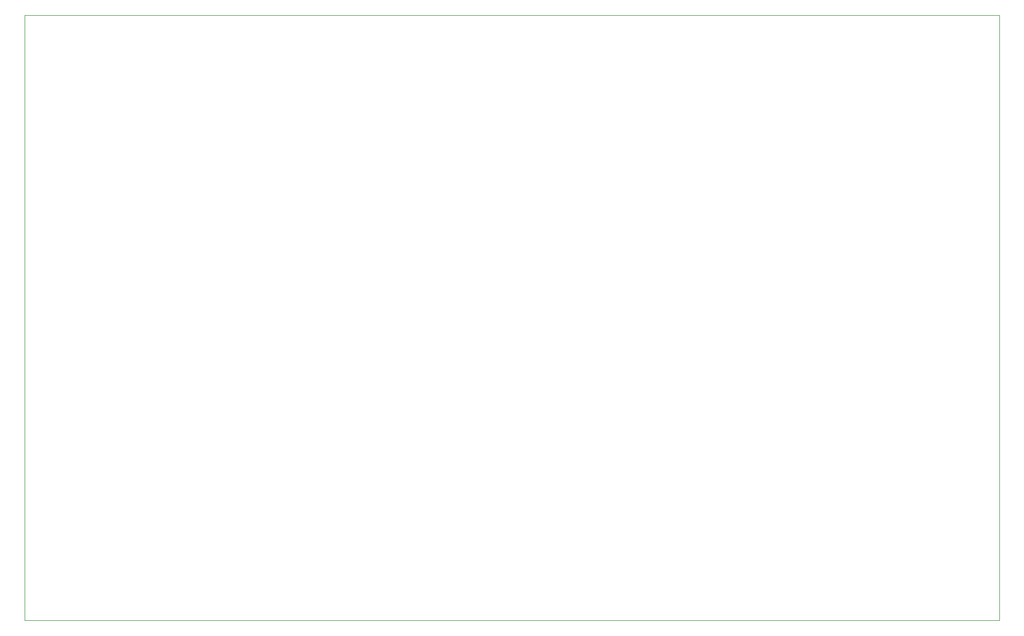
<source format=gbr>
G04 #@! TF.GenerationSoftware,KiCad,Pcbnew,(5.1.2)-2*
G04 #@! TF.CreationDate,2020-02-28T11:58:50-10:00*
G04 #@! TF.ProjectId,Esp32PrinterController,45737033-3250-4726-996e-746572436f6e,rev?*
G04 #@! TF.SameCoordinates,Original*
G04 #@! TF.FileFunction,Profile,NP*
%FSLAX46Y46*%
G04 Gerber Fmt 4.6, Leading zero omitted, Abs format (unit mm)*
G04 Created by KiCad (PCBNEW (5.1.2)-2) date 2020-02-28 11:58:50*
%MOMM*%
%LPD*%
G04 APERTURE LIST*
%ADD10C,0.100000*%
G04 APERTURE END LIST*
D10*
X182880000Y-29210000D02*
X25400000Y-29210000D01*
X182880000Y-127000000D02*
X182880000Y-29210000D01*
X25400000Y-127000000D02*
X182880000Y-127000000D01*
X25400000Y-127000000D02*
X25400000Y-29210000D01*
M02*

</source>
